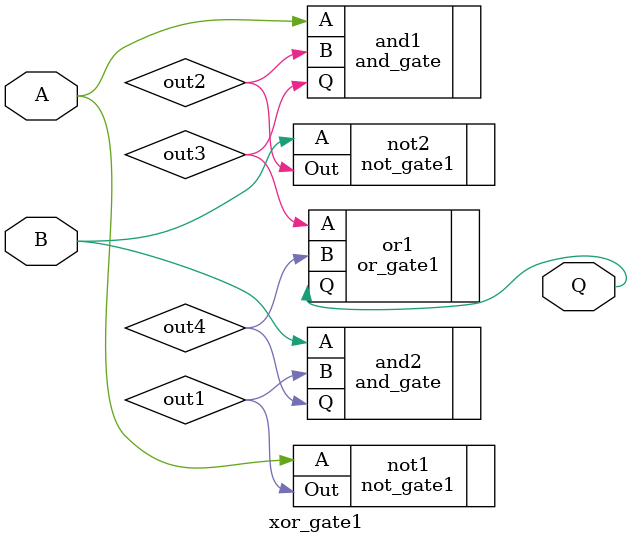
<source format=v>
`timescale 1ns / 1ps


module xor_gate1(
    input A,
    input B,
    output Q
    );
    
    wire out1;
    wire out2;
    wire out3;
    wire out4;

    
    not_gate1 not1(
        .A(A),
        .Out(out1)
    );
    
    not_gate1 not2(
        .A(B),
        .Out(out2)
    ); 
    
    and_gate and1(
        .A(A),
        .B(out2),
        .Q(out3)
    );
    
    and_gate and2(
        .A(B),
        .B(out1),
        .Q(out4)
    );
    
    or_gate1 or1(
        .A(out3),
        .B(out4),
        .Q(Q)
    );
       
endmodule

</source>
